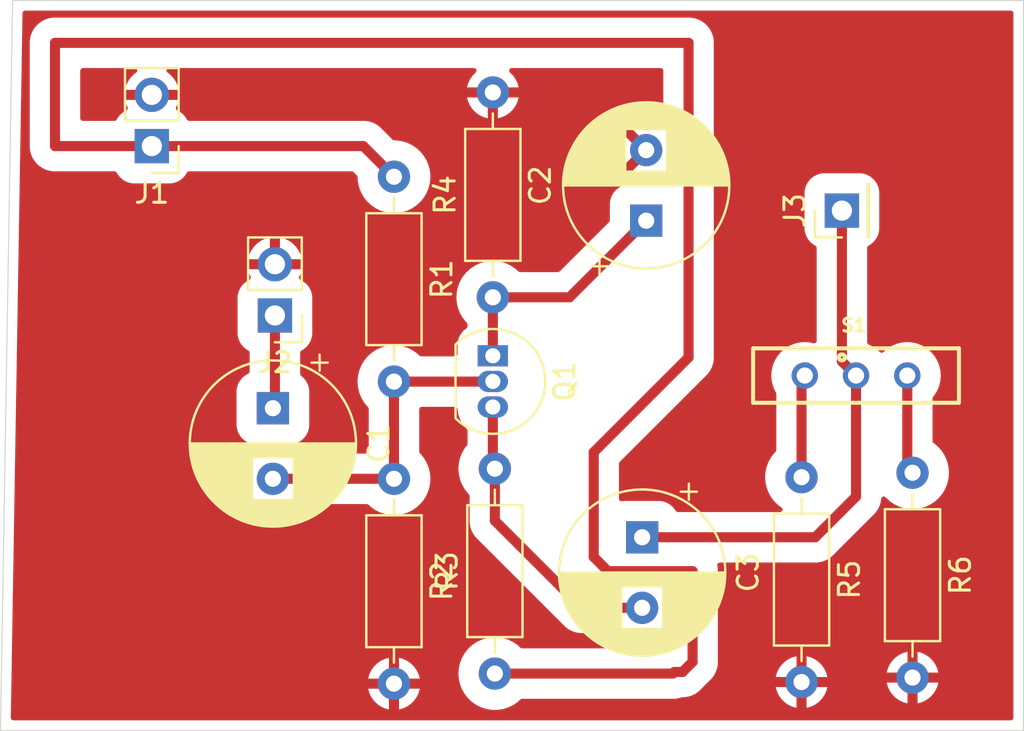
<source format=kicad_pcb>
(kicad_pcb (version 20240108) (generator "pcbnew") (generator_version "8.0")
  (layers (0 "F.Cu" signal) (31 "B.Cu" signal) (34 "B.Paste" user) (35 "F.Paste" user) (36 "B.SilkS" user "B.Silkscreen") (37 "F.SilkS" user "F.Silkscreen") (38 "B.Mask" user) (39 "F.Mask" user) (44 "Edge.Cuts" user))
  (net 0 "")
  (net 1 "Net-(Q1-E)")
  (net 2 "Net-(Q1-B)")
  (net 3 "Net-(Q1-C)")
  (net 4 "Net-(J3-Pin_1)")
  (net 5 "Net-(J2-Pin_1)")
  (net 6 "GND")
  (net 7 "+12V")
  (net 8 "Net-(R5-Pad1)")
  (net 9 "Net-(R6-Pad1)")
  (footprint "Package_TO_SOT_THT:TO-92_Inline" (layer "F.Cu") (at 193.9 103.42 -90)
    (property "Reference" "Q1" (at 1.27 -3.56 90) (layer "F.SilkS"))
    (property "Value" "2N3904")
    (pad "1" thru_hole rect (at 0 0 270) (size 1.05 1.5) (drill 0.75) (layers "*.Cu" "*.Mask") (net 1 "Net-(Q1-E)"))
    (pad "2" thru_hole oval (at 1.27 0 270) (size 1.05 1.5) (drill 0.75) (layers "*.Cu" "*.Mask") (net 2 "Net-(Q1-B)"))
    (pad "3" thru_hole oval (at 2.54 0 270) (size 1.05 1.5) (drill 0.75) (layers "*.Cu" "*.Mask") (net 3 "Net-(Q1-C)"))
  )
  (footprint "Resistor_THT:R_Axial_DIN0207_L6.3mm_D2.5mm_P10.16mm_Horizontal" (layer "F.Cu") (at 194 119.18 90)
    (property "Reference" "R3" (at 5.08 -2.37 90) (layer "F.SilkS"))
    (property "Value" "R")
    (pad "1" thru_hole circle (at 0 0 90) (size 1.6 1.6) (drill 0.8) (layers "*.Cu" "*.Mask") (net 7 "+12V"))
    (pad "2" thru_hole oval (at 10.16 0 90) (size 1.6 1.6) (drill 0.8) (layers "*.Cu" "*.Mask") (net 3 "Net-(Q1-C)"))
  )
  (footprint "Resistor_THT:R_Axial_DIN0207_L6.3mm_D2.5mm_P10.16mm_Horizontal" (layer "F.Cu") (at 214.7 109.22 -90)
    (property "Reference" "R6" (at 5.08 -2.37 90) (layer "F.SilkS"))
    (property "Value" "R")
    (pad "1" thru_hole circle (at 0 0 270) (size 1.6 1.6) (drill 0.8) (layers "*.Cu" "*.Mask") (net 9 "Net-(R6-Pad1)"))
    (pad "2" thru_hole oval (at 10.16 0 270) (size 1.6 1.6) (drill 0.8) (layers "*.Cu" "*.Mask") (net 6 "GND"))
  )
  (footprint "Capacitor_THT:CP_Radial_D8.0mm_P3.50mm" (layer "F.Cu") (at 183 106.02 -90)
    (property "Reference" "C1" (at 1.75 -5.25 90) (layer "F.SilkS"))
    (property "Value" "C_Polarized")
    (pad "1" thru_hole rect (at 0 0 270) (size 1.6 1.6) (drill 0.8) (layers "*.Cu" "*.Mask") (net 5 "Net-(J2-Pin_1)"))
    (pad "2" thru_hole circle (at 3.5 0 270) (size 1.6 1.6) (drill 0.8) (layers "*.Cu" "*.Mask") (net 2 "Net-(Q1-B)"))
  )
  (footprint "Resistor_THT:R_Axial_DIN0207_L6.3mm_D2.5mm_P10.16mm_Horizontal" (layer "F.Cu") (at 189 94.54 -90)
    (property "Reference" "R1" (at 5.08 -2.37 90) (layer "F.SilkS"))
    (property "Value" "R")
    (pad "1" thru_hole circle (at 0 0 270) (size 1.6 1.6) (drill 0.8) (layers "*.Cu" "*.Mask") (net 7 "+12V"))
    (pad "2" thru_hole oval (at 10.16 0 270) (size 1.6 1.6) (drill 0.8) (layers "*.Cu" "*.Mask") (net 2 "Net-(Q1-B)"))
  )
  (footprint "450301014042:450301014042" (layer "F.Cu") (at 211.9 104.4)
    (property "Reference" "S1" (at -0.1124 -2.4913 0) (layer "F.SilkS") (effects (font (size 0.64 0.64))))
    (property "Value" "450301014042")
    (pad "1" thru_hole circle (at 0 0) (size 1.308 1.308) (drill 0.8) (layers "*.Cu" "*.Mask") (net 4 "Net-(J3-Pin_1)"))
    (pad "2" thru_hole circle (at -2.54 0) (size 1.308 1.308) (drill 0.8) (layers "*.Cu" "*.Mask") (net 8 "Net-(R5-Pad1)"))
    (pad "3" thru_hole circle (at 2.54 0) (size 1.308 1.308) (drill 0.8) (layers "*.Cu" "*.Mask") (net 9 "Net-(R6-Pad1)"))
  )
  (footprint "Capacitor_THT:CP_Radial_D8.0mm_P3.50mm" (layer "F.Cu") (at 201.5 96.72 90)
    (property "Reference" "C2" (at 1.75 -5.25 90) (layer "F.SilkS"))
    (property "Value" "C_Polarized")
    (pad "1" thru_hole rect (at 0 0 90) (size 1.6 1.6) (drill 0.8) (layers "*.Cu" "*.Mask") (net 1 "Net-(Q1-E)"))
    (pad "2" thru_hole circle (at 3.5 0 90) (size 1.6 1.6) (drill 0.8) (layers "*.Cu" "*.Mask") (net 6 "GND"))
  )
  (footprint "Connector_PinHeader_2.54mm:PinHeader_1x02_P2.54mm_Vertical" (layer "F.Cu") (at 177 93.02 180)
    (property "Reference" "J1" (at 0 -2.33 360) (layer "F.SilkS"))
    (property "Value" "Conn_01x02_Pin")
    (pad "1" thru_hole rect (at 0 0 180) (size 1.7 1.7) (drill 1) (layers "*.Cu" "*.Mask") (net 7 "+12V"))
    (pad "2" thru_hole oval (at 0 2.54 180) (size 1.7 1.7) (drill 1) (layers "*.Cu" "*.Mask") (net 6 "GND"))
  )
  (footprint "Resistor_THT:R_Axial_DIN0207_L6.3mm_D2.5mm_P10.16mm_Horizontal" (layer "F.Cu") (at 209.2 109.44 -90)
    (property "Reference" "R5" (at 5.08 -2.37 90) (layer "F.SilkS"))
    (property "Value" "R")
    (pad "1" thru_hole circle (at 0 0 270) (size 1.6 1.6) (drill 0.8) (layers "*.Cu" "*.Mask") (net 8 "Net-(R5-Pad1)"))
    (pad "2" thru_hole oval (at 10.16 0 270) (size 1.6 1.6) (drill 0.8) (layers "*.Cu" "*.Mask") (net 6 "GND"))
  )
  (footprint "Resistor_THT:R_Axial_DIN0207_L6.3mm_D2.5mm_P10.16mm_Horizontal" (layer "F.Cu") (at 193.9 100.52 90)
    (property "Reference" "R4" (at 5.08 -2.37 90) (layer "F.SilkS"))
    (property "Value" "R")
    (pad "1" thru_hole circle (at 0 0 90) (size 1.6 1.6) (drill 0.8) (layers "*.Cu" "*.Mask") (net 1 "Net-(Q1-E)"))
    (pad "2" thru_hole oval (at 10.16 0 90) (size 1.6 1.6) (drill 0.8) (layers "*.Cu" "*.Mask") (net 6 "GND"))
  )
  (footprint "Capacitor_THT:CP_Radial_D8.0mm_P3.50mm" (layer "F.Cu") (at 201.3 112.42 -90)
    (property "Reference" "C3" (at 1.75 -5.25 90) (layer "F.SilkS"))
    (property "Value" "C_Polarized")
    (pad "1" thru_hole rect (at 0 0 270) (size 1.6 1.6) (drill 0.8) (layers "*.Cu" "*.Mask") (net 4 "Net-(J3-Pin_1)"))
    (pad "2" thru_hole circle (at 3.5 0 270) (size 1.6 1.6) (drill 0.8) (layers "*.Cu" "*.Mask") (net 3 "Net-(Q1-C)"))
  )
  (footprint "Connector_PinHeader_2.54mm:PinHeader_1x02_P2.54mm_Vertical" (layer "F.Cu") (at 183.1 101.42 180)
    (property "Reference" "J2" (at 0 -2.33 360) (layer "F.SilkS"))
    (property "Value" "Conn_01x02_Pin")
    (pad "1" thru_hole rect (at 0 0 180) (size 1.7 1.7) (drill 1) (layers "*.Cu" "*.Mask") (net 5 "Net-(J2-Pin_1)"))
    (pad "2" thru_hole oval (at 0 2.54 180) (size 1.7 1.7) (drill 1) (layers "*.Cu" "*.Mask") (net 6 "GND"))
  )
  (footprint "Connector_PinHeader_2.54mm:PinHeader_1x01_P2.54mm_Vertical" (layer "F.Cu") (at 211.2 96.22 90)
    (property "Reference" "J3" (at 0 -2.33 90) (layer "F.SilkS"))
    (property "Value" "Conn_01x01_Pin")
    (pad "1" thru_hole rect (at 0 0 90) (size 1.7 1.7) (drill 1) (layers "*.Cu" "*.Mask") (net 4 "Net-(J3-Pin_1)"))
  )
  (footprint "Resistor_THT:R_Axial_DIN0207_L6.3mm_D2.5mm_P10.16mm_Horizontal" (layer "F.Cu") (at 189 109.52 -90)
    (property "Reference" "R2" (at 5.08 -2.37 90) (layer "F.SilkS"))
    (property "Value" "R")
    (pad "1" thru_hole circle (at 0 0 270) (size 1.6 1.6) (drill 0.8) (layers "*.Cu" "*.Mask") (net 2 "Net-(Q1-B)"))
    (pad "2" thru_hole oval (at 10.16 0 270) (size 1.6 1.6) (drill 0.8) (layers "*.Cu" "*.Mask") (net 6 "GND"))
  )
  (gr_line (start 220.2 122) (end 169.5 122) (stroke (width 0.05)) (layer "Edge.Cuts"))
  (gr_line (start 170.1 85.8) (end 220.2 85.8) (stroke (width 0.05)) (layer "Edge.Cuts"))
  (gr_line (start 169.5 122) (end 170.1 85.8) (stroke (width 0.05)) (layer "Edge.Cuts"))
  (gr_line (start 220.2 85.8) (end 220.2 122) (stroke (width 0.05)) (layer "Edge.Cuts"))
  (segment (start 193.9 103.42) (end 193.9 100.52) (width 0.5) (layer "F.Cu") (net 1))
  (segment (start 193.9 100.52) (end 197.7 100.52) (width 0.5) (layer "F.Cu") (net 1))
  (segment (start 197.7 100.52) (end 201.5 96.72) (width 0.5) (layer "F.Cu") (net 1))
  (segment (start 193.89 104.7) (end 193.9 104.69) (width 0.5) (layer "F.Cu") (net 2))
  (segment (start 183 109.52) (end 189 109.52) (width 0.5) (layer "F.Cu") (net 2))
  (segment (start 189 104.7) (end 189 109.52) (width 0.5) (layer "F.Cu") (net 2))
  (segment (start 189 104.7) (end 193.89 104.7) (width 0.5) (layer "F.Cu") (net 2))
  (segment (start 193.9 105.96) (end 193.9 108.92) (width 0.5) (layer "F.Cu") (net 3))
  (segment (start 198.32 115.92) (end 201.3 115.92) (width 0.5) (layer "F.Cu") (net 3))
  (segment (start 194 111.6) (end 198.32 115.92) (width 0.5) (layer "F.Cu") (net 3))
  (segment (start 194 109.02) (end 194 111.6) (width 0.5) (layer "F.Cu") (net 3))
  (segment (start 193.9 108.92) (end 194 109.02) (width 0.5) (layer "F.Cu") (net 3))
  (segment (start 211.2 96.22) (end 211.2 103.7) (width 0.5) (layer "F.Cu") (net 4))
  (segment (start 209.88 112.42) (end 211.9 110.4) (width 0.5) (layer "F.Cu") (net 4))
  (segment (start 201.3 112.42) (end 209.88 112.42) (width 0.5) (layer "F.Cu") (net 4))
  (segment (start 211.9 110.4) (end 211.9 104.4) (width 0.5) (layer "F.Cu") (net 4))
  (segment (start 211.2 103.7) (end 211.9 104.4) (width 0.5) (layer "F.Cu") (net 4))
  (segment (start 183.1 105.92) (end 183 106.02) (width 0.5) (layer "F.Cu") (net 5))
  (segment (start 183.1 101.42) (end 183.1 105.92) (width 0.5) (layer "F.Cu") (net 5))
  (segment (start 183.1 105.92) (end 183 106.02) (width 0.5) (layer "B.Cu") (net 5))
  (segment (start 193.78 90.48) (end 193.9 90.36) (width 0.5) (layer "F.Cu") (net 6))
  (segment (start 209.42 119.38) (end 209.2 119.6) (width 0.5) (layer "F.Cu") (net 6))
  (segment (start 172.2 93.02) (end 172.2 87.9) (width 0.5) (layer "F.Cu") (net 7))
  (segment (start 199.6 114.1) (end 203.8 114.1) (width 0.5) (layer "F.Cu") (net 7))
  (segment (start 203.6 87.9) (end 203.6 103.5) (width 0.5) (layer "F.Cu") (net 7))
  (segment (start 203.8 114.1) (end 203.8 118.6) (width 0.5) (layer "F.Cu") (net 7))
  (segment (start 203.3 119.1) (end 202.9 119.1) (width 0.5) (layer "F.Cu") (net 7))
  (segment (start 187.48 93.02) (end 189 94.54) (width 0.5) (layer "F.Cu") (net 7))
  (segment (start 198.9 108.2) (end 198.9 113.4) (width 0.5) (layer "F.Cu") (net 7))
  (segment (start 203.6 103.5) (end 198.9 108.2) (width 0.5) (layer "F.Cu") (net 7))
  (segment (start 198.9 113.4) (end 199.6 114.1) (width 0.5) (layer "F.Cu") (net 7))
  (segment (start 172.2 87.9) (end 203.6 87.9) (width 0.5) (layer "F.Cu") (net 7))
  (segment (start 202.82 119.18) (end 194 119.18) (width 0.5) (layer "F.Cu") (net 7))
  (segment (start 177 93.02) (end 172.2 93.02) (width 0.5) (layer "F.Cu") (net 7))
  (segment (start 202.9 119.1) (end 202.82 119.18) (width 0.5) (layer "F.Cu") (net 7))
  (segment (start 203.8 118.6) (end 203.3 119.1) (width 0.5) (layer "F.Cu") (net 7))
  (segment (start 177 93.02) (end 187.48 93.02) (width 0.5) (layer "F.Cu") (net 7))
  (segment (start 209.2 109.44) (end 209.2 104.56) (width 0.5) (layer "F.Cu") (net 8))
  (segment (start 209.2 104.56) (end 209.36 104.4) (width 0.5) (layer "F.Cu") (net 8))
  (segment (start 214.44 104.4) (end 214.44 108.96) (width 0.5) (layer "F.Cu") (net 9))
  (segment (start 214.44 108.96) (end 214.7 109.22) (width 0.5) (layer "F.Cu") (net 9))
  (zone (net 6) (net_name "GND") (layer "F.Cu") (connect_pads (clearance 1)) (min_thickness 0.25) (fill yes (thermal_gap 0.5) (thermal_bridge_width 0.5))
    (polygon (pts (xy 220.2 85.8) (xy 220.2 122) (xy 169.5 122) (xy 170.1 85.8)))
  )
)
</source>
